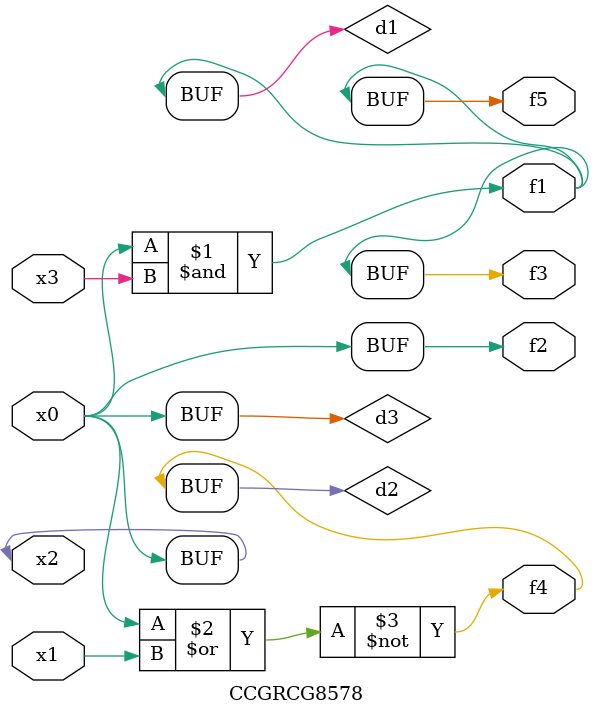
<source format=v>
module CCGRCG8578(
	input x0, x1, x2, x3,
	output f1, f2, f3, f4, f5
);

	wire d1, d2, d3;

	and (d1, x2, x3);
	nor (d2, x0, x1);
	buf (d3, x0, x2);
	assign f1 = d1;
	assign f2 = d3;
	assign f3 = d1;
	assign f4 = d2;
	assign f5 = d1;
endmodule

</source>
